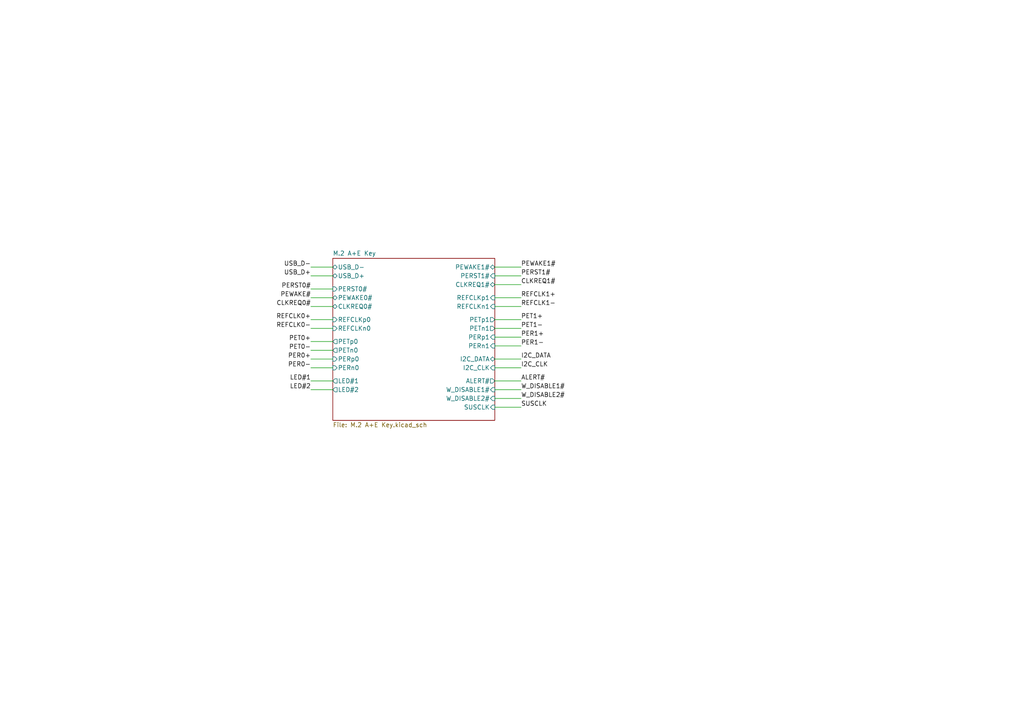
<source format=kicad_sch>
(kicad_sch
	(version 20250114)
	(generator "eeschema")
	(generator_version "9.0")
	(uuid "c6015056-e2b7-474b-8911-4b1cffa0c63c")
	(paper "A4")
	(lib_symbols)
	(wire
		(pts
			(xy 143.51 113.03) (xy 151.13 113.03)
		)
		(stroke
			(width 0)
			(type default)
		)
		(uuid "1987b0fa-7c79-4a11-8632-bff038dd0456")
	)
	(wire
		(pts
			(xy 143.51 92.71) (xy 151.13 92.71)
		)
		(stroke
			(width 0)
			(type default)
		)
		(uuid "2cc54e00-ca5d-41ac-98d9-0f943ce5e679")
	)
	(wire
		(pts
			(xy 90.17 95.25) (xy 96.52 95.25)
		)
		(stroke
			(width 0)
			(type default)
		)
		(uuid "4bc20d67-c46e-415c-a0d5-c126049cc9fe")
	)
	(wire
		(pts
			(xy 90.17 77.47) (xy 96.52 77.47)
		)
		(stroke
			(width 0)
			(type default)
		)
		(uuid "5251479a-7004-45e4-bffe-2980510d8e4d")
	)
	(wire
		(pts
			(xy 90.17 104.14) (xy 96.52 104.14)
		)
		(stroke
			(width 0)
			(type default)
		)
		(uuid "552797b7-8a87-4662-8078-33869af4717d")
	)
	(wire
		(pts
			(xy 143.51 77.47) (xy 151.13 77.47)
		)
		(stroke
			(width 0)
			(type default)
		)
		(uuid "5870c829-9cfd-4369-93e6-09933a1cfabb")
	)
	(wire
		(pts
			(xy 143.51 100.33) (xy 151.13 100.33)
		)
		(stroke
			(width 0)
			(type default)
		)
		(uuid "5c840880-e304-45c9-aafa-aa6f8ac316ef")
	)
	(wire
		(pts
			(xy 143.51 86.36) (xy 151.13 86.36)
		)
		(stroke
			(width 0)
			(type default)
		)
		(uuid "76c4aeba-d11b-49e5-84b0-ca6e63a7f6ec")
	)
	(wire
		(pts
			(xy 143.51 110.49) (xy 151.13 110.49)
		)
		(stroke
			(width 0)
			(type default)
		)
		(uuid "8e417426-5f46-4167-9fde-1ea6a7b042fc")
	)
	(wire
		(pts
			(xy 90.17 101.6) (xy 96.52 101.6)
		)
		(stroke
			(width 0)
			(type default)
		)
		(uuid "8f06af6a-a28a-420d-9a05-2fd0c85eedb3")
	)
	(wire
		(pts
			(xy 143.51 95.25) (xy 151.13 95.25)
		)
		(stroke
			(width 0)
			(type default)
		)
		(uuid "8fd2b3c0-c72a-45c4-9c8c-dd7a876389bb")
	)
	(wire
		(pts
			(xy 143.51 80.01) (xy 151.13 80.01)
		)
		(stroke
			(width 0)
			(type default)
		)
		(uuid "925cb89b-6c42-4415-b349-3b8141c49885")
	)
	(wire
		(pts
			(xy 143.51 118.11) (xy 151.13 118.11)
		)
		(stroke
			(width 0)
			(type default)
		)
		(uuid "957682ae-1c2e-4dc2-bb18-a68f5a6a6cca")
	)
	(wire
		(pts
			(xy 143.51 106.68) (xy 151.13 106.68)
		)
		(stroke
			(width 0)
			(type default)
		)
		(uuid "98338554-8015-4a2c-bfa7-6de85701b776")
	)
	(wire
		(pts
			(xy 143.51 88.9) (xy 151.13 88.9)
		)
		(stroke
			(width 0)
			(type default)
		)
		(uuid "9bbeae54-227b-402a-bf1c-ca4c355913c4")
	)
	(wire
		(pts
			(xy 143.51 82.55) (xy 151.13 82.55)
		)
		(stroke
			(width 0)
			(type default)
		)
		(uuid "aa6934f5-5139-48db-9bb6-004e69ecf45f")
	)
	(wire
		(pts
			(xy 90.17 86.36) (xy 96.52 86.36)
		)
		(stroke
			(width 0)
			(type default)
		)
		(uuid "b1155ad7-8164-4000-b4fb-45523aabfe1d")
	)
	(wire
		(pts
			(xy 143.51 104.14) (xy 151.13 104.14)
		)
		(stroke
			(width 0)
			(type default)
		)
		(uuid "c96e1c3c-3ba5-4c36-8bab-3cefd633dc7f")
	)
	(wire
		(pts
			(xy 90.17 80.01) (xy 96.52 80.01)
		)
		(stroke
			(width 0)
			(type default)
		)
		(uuid "c9d34dcc-60b9-4137-a561-c57cff00567c")
	)
	(wire
		(pts
			(xy 90.17 92.71) (xy 96.52 92.71)
		)
		(stroke
			(width 0)
			(type default)
		)
		(uuid "cc6e074c-e3d3-42b5-9786-e5a6340027b5")
	)
	(wire
		(pts
			(xy 90.17 99.06) (xy 96.52 99.06)
		)
		(stroke
			(width 0)
			(type default)
		)
		(uuid "ce9daff0-22d2-4710-bdc1-cc3a717a65cb")
	)
	(wire
		(pts
			(xy 90.17 110.49) (xy 96.52 110.49)
		)
		(stroke
			(width 0)
			(type default)
		)
		(uuid "d1258209-8734-4c6c-90be-a20a32b50055")
	)
	(wire
		(pts
			(xy 143.51 115.57) (xy 151.13 115.57)
		)
		(stroke
			(width 0)
			(type default)
		)
		(uuid "d9bd11c4-4e07-49ff-8531-4d9dc2bd5600")
	)
	(wire
		(pts
			(xy 143.51 97.79) (xy 151.13 97.79)
		)
		(stroke
			(width 0)
			(type default)
		)
		(uuid "e972029a-3de4-4904-9fb2-3c031057eb5f")
	)
	(wire
		(pts
			(xy 90.17 88.9) (xy 96.52 88.9)
		)
		(stroke
			(width 0)
			(type default)
		)
		(uuid "f3120ccc-d458-42ac-accb-9dd4e229a8f3")
	)
	(wire
		(pts
			(xy 90.17 113.03) (xy 96.52 113.03)
		)
		(stroke
			(width 0)
			(type default)
		)
		(uuid "fa677889-3e70-4a97-91b9-754915172b07")
	)
	(wire
		(pts
			(xy 90.17 83.82) (xy 96.52 83.82)
		)
		(stroke
			(width 0)
			(type default)
		)
		(uuid "fceadb0d-892c-4aea-95b3-3dab48392b65")
	)
	(wire
		(pts
			(xy 90.17 106.68) (xy 96.52 106.68)
		)
		(stroke
			(width 0)
			(type default)
		)
		(uuid "ffdacfdc-d81d-4a22-bb33-b115c1ed3493")
	)
	(label "I2C_CLK"
		(at 151.13 106.68 0)
		(effects
			(font
				(size 1.27 1.27)
			)
			(justify left bottom)
		)
		(uuid "17fbed24-3ee7-4ac6-accd-008e485d536a")
	)
	(label "I2C_DATA"
		(at 151.13 104.14 0)
		(effects
			(font
				(size 1.27 1.27)
			)
			(justify left bottom)
		)
		(uuid "23b80ebe-3e9c-491e-8d9e-33ed2089accb")
	)
	(label "ALERT#"
		(at 151.13 110.49 0)
		(effects
			(font
				(size 1.27 1.27)
			)
			(justify left bottom)
		)
		(uuid "258c7e6f-f1d9-4593-b3eb-f3682888e42f")
	)
	(label "REFCLK1+"
		(at 151.13 86.36 0)
		(effects
			(font
				(size 1.27 1.27)
			)
			(justify left bottom)
		)
		(uuid "29625360-8721-4eb5-851b-e39a7335ee25")
	)
	(label "W_DISABLE2#"
		(at 151.13 115.57 0)
		(effects
			(font
				(size 1.27 1.27)
			)
			(justify left bottom)
		)
		(uuid "2f81c408-c698-4d8c-be7b-ffbca7e4dc37")
	)
	(label "PET1-"
		(at 151.13 95.25 0)
		(effects
			(font
				(size 1.27 1.27)
			)
			(justify left bottom)
		)
		(uuid "414c983b-d0a1-412f-893c-01092900bf1f")
	)
	(label "PEWAKE1#"
		(at 151.13 77.47 0)
		(effects
			(font
				(size 1.27 1.27)
			)
			(justify left bottom)
		)
		(uuid "42f65cbc-9155-4bbf-84e9-e3049f3791a8")
	)
	(label "REFCLK0+"
		(at 90.17 92.71 180)
		(effects
			(font
				(size 1.27 1.27)
			)
			(justify right bottom)
		)
		(uuid "464733b3-8a33-4f80-8c5b-6cc03b0cf0d2")
	)
	(label "LED#2"
		(at 90.17 113.03 180)
		(effects
			(font
				(size 1.27 1.27)
			)
			(justify right bottom)
		)
		(uuid "55e2dcd5-89a7-4354-8f1c-43f023dedd49")
	)
	(label "USB_D-"
		(at 90.17 77.47 180)
		(effects
			(font
				(size 1.27 1.27)
			)
			(justify right bottom)
		)
		(uuid "5a5dca61-1d5e-445a-be4c-bc44765f9c4b")
	)
	(label "REFCLK0-"
		(at 90.17 95.25 180)
		(effects
			(font
				(size 1.27 1.27)
			)
			(justify right bottom)
		)
		(uuid "5cdd2932-0369-474c-ac57-75a178be1d0e")
	)
	(label "PERST0#"
		(at 90.17 83.82 180)
		(effects
			(font
				(size 1.27 1.27)
			)
			(justify right bottom)
		)
		(uuid "6097d578-eaf3-4fa9-b5d3-3ec3cec13f8e")
	)
	(label "PET0-"
		(at 90.17 101.6 180)
		(effects
			(font
				(size 1.27 1.27)
			)
			(justify right bottom)
		)
		(uuid "61431e83-1c3e-434c-a442-627aa74fc215")
	)
	(label "CLKREQ1#"
		(at 151.13 82.55 0)
		(effects
			(font
				(size 1.27 1.27)
			)
			(justify left bottom)
		)
		(uuid "67f21d86-8c0f-40b0-881f-f8008436ba93")
	)
	(label "PER1-"
		(at 151.13 100.33 0)
		(effects
			(font
				(size 1.27 1.27)
			)
			(justify left bottom)
		)
		(uuid "6dbf9184-f937-422b-b8e1-302466c0d53f")
	)
	(label "PERST1#"
		(at 151.13 80.01 0)
		(effects
			(font
				(size 1.27 1.27)
			)
			(justify left bottom)
		)
		(uuid "869a8771-0072-4372-83f9-697424eb14d6")
	)
	(label "CLKREQ0#"
		(at 90.17 88.9 180)
		(effects
			(font
				(size 1.27 1.27)
			)
			(justify right bottom)
		)
		(uuid "9bcd535d-5ab4-4aaa-9135-04294c84278e")
	)
	(label "USB_D+"
		(at 90.17 80.01 180)
		(effects
			(font
				(size 1.27 1.27)
			)
			(justify right bottom)
		)
		(uuid "9cdf6123-efbd-43bf-9e4e-af18ca285111")
	)
	(label "W_DISABLE1#"
		(at 151.13 113.03 0)
		(effects
			(font
				(size 1.27 1.27)
			)
			(justify left bottom)
		)
		(uuid "a2d8783c-5205-4ee0-9565-c8c0d943ee12")
	)
	(label "SUSCLK"
		(at 151.13 118.11 0)
		(effects
			(font
				(size 1.27 1.27)
			)
			(justify left bottom)
		)
		(uuid "a4799661-f0a6-4fcb-8534-1e8d0a48a5cc")
	)
	(label "LED#1"
		(at 90.17 110.49 180)
		(effects
			(font
				(size 1.27 1.27)
			)
			(justify right bottom)
		)
		(uuid "b3137161-64ad-48b5-9b54-c7c663c98f55")
	)
	(label "PET0+"
		(at 90.17 99.06 180)
		(effects
			(font
				(size 1.27 1.27)
			)
			(justify right bottom)
		)
		(uuid "bb5d5989-3ef3-488b-9cfe-e5a080f2e7e0")
	)
	(label "PER1+"
		(at 151.13 97.79 0)
		(effects
			(font
				(size 1.27 1.27)
			)
			(justify left bottom)
		)
		(uuid "c2de50d9-ab3e-48e3-bf2f-a21f6547526b")
	)
	(label "REFCLK1-"
		(at 151.13 88.9 0)
		(effects
			(font
				(size 1.27 1.27)
			)
			(justify left bottom)
		)
		(uuid "ce938de8-ec2a-4fef-8327-7792d0a9f5d2")
	)
	(label "PET1+"
		(at 151.13 92.71 0)
		(effects
			(font
				(size 1.27 1.27)
			)
			(justify left bottom)
		)
		(uuid "d2551f12-7920-4d25-a971-66cac1ec213c")
	)
	(label "PER0-"
		(at 90.17 106.68 180)
		(effects
			(font
				(size 1.27 1.27)
			)
			(justify right bottom)
		)
		(uuid "def0236e-ae4b-400f-841f-c57c00e38d9f")
	)
	(label "PEWAKE#"
		(at 90.17 86.36 180)
		(effects
			(font
				(size 1.27 1.27)
			)
			(justify right bottom)
		)
		(uuid "e4960c5c-6c5b-4b46-b0b0-8bb5c7d9b234")
	)
	(label "PER0+"
		(at 90.17 104.14 180)
		(effects
			(font
				(size 1.27 1.27)
			)
			(justify right bottom)
		)
		(uuid "f1f6fd3d-ba23-49f4-8710-bec2c5b81745")
	)
	(sheet
		(at 96.52 74.93)
		(size 46.99 46.99)
		(exclude_from_sim no)
		(in_bom yes)
		(on_board yes)
		(dnp no)
		(fields_autoplaced yes)
		(stroke
			(width 0.1524)
			(type solid)
		)
		(fill
			(color 0 0 0 0.0000)
		)
		(uuid "729110b1-f052-42b7-9085-432e440975f4")
		(property "Sheetname" "M.2 A+E Key"
			(at 96.52 74.2184 0)
			(effects
				(font
					(size 1.27 1.27)
				)
				(justify left bottom)
			)
		)
		(property "Sheetfile" "M.2 A+E Key.kicad_sch"
			(at 96.52 122.5046 0)
			(effects
				(font
					(size 1.27 1.27)
				)
				(justify left top)
			)
		)
		(pin "USB_D+" bidirectional
			(at 96.52 80.01 180)
			(uuid "d9e6e92e-f027-479c-a67e-d6bf558516f7")
			(effects
				(font
					(size 1.27 1.27)
				)
				(justify left)
			)
		)
		(pin "USB_D-" bidirectional
			(at 96.52 77.47 180)
			(uuid "6163c0aa-72ec-4642-9eb2-baac619cab9d")
			(effects
				(font
					(size 1.27 1.27)
				)
				(justify left)
			)
		)
		(pin "CLKREQ0#" bidirectional
			(at 96.52 88.9 180)
			(uuid "486fe214-12ee-4ca4-b6ce-62f6ab708265")
			(effects
				(font
					(size 1.27 1.27)
				)
				(justify left)
			)
		)
		(pin "PEWAKE0#" bidirectional
			(at 96.52 86.36 180)
			(uuid "15adf5e3-d89d-41ea-81bf-2e7c0aa302e2")
			(effects
				(font
					(size 1.27 1.27)
				)
				(justify left)
			)
		)
		(pin "PERST0#" input
			(at 96.52 83.82 180)
			(uuid "ebff60d7-aac5-4126-92d5-57abcfc8c384")
			(effects
				(font
					(size 1.27 1.27)
				)
				(justify left)
			)
		)
		(pin "REFCLKn0" input
			(at 96.52 95.25 180)
			(uuid "f6d5b10c-d2d1-413b-94e6-c31644a65ab1")
			(effects
				(font
					(size 1.27 1.27)
				)
				(justify left)
			)
		)
		(pin "REFCLKp0" input
			(at 96.52 92.71 180)
			(uuid "0e9edf6b-da29-42c4-bb3d-301741f619e7")
			(effects
				(font
					(size 1.27 1.27)
				)
				(justify left)
			)
		)
		(pin "PETp0" output
			(at 96.52 99.06 180)
			(uuid "138fb67d-3868-4d86-8297-52daf6f7b1bd")
			(effects
				(font
					(size 1.27 1.27)
				)
				(justify left)
			)
		)
		(pin "PETn0" output
			(at 96.52 101.6 180)
			(uuid "6043c17a-62a5-4e9a-b2e1-6a5a3288960e")
			(effects
				(font
					(size 1.27 1.27)
				)
				(justify left)
			)
		)
		(pin "PERp0" input
			(at 96.52 104.14 180)
			(uuid "25536742-3010-46ba-9afb-bd25f13c5774")
			(effects
				(font
					(size 1.27 1.27)
				)
				(justify left)
			)
		)
		(pin "PERn0" input
			(at 96.52 106.68 180)
			(uuid "cd706b3b-c6a9-4e79-b033-12416329fe91")
			(effects
				(font
					(size 1.27 1.27)
				)
				(justify left)
			)
		)
		(pin "PEWAKE1#" bidirectional
			(at 143.51 77.47 0)
			(uuid "3a88ce79-563e-4707-b607-227944428271")
			(effects
				(font
					(size 1.27 1.27)
				)
				(justify right)
			)
		)
		(pin "PERST1#" input
			(at 143.51 80.01 0)
			(uuid "97c6d26b-ad56-40a3-b2fa-a03c7e555ca2")
			(effects
				(font
					(size 1.27 1.27)
				)
				(justify right)
			)
		)
		(pin "CLKREQ1#" bidirectional
			(at 143.51 82.55 0)
			(uuid "36b04cb1-1fcb-4c6a-9b1b-567fcf64246a")
			(effects
				(font
					(size 1.27 1.27)
				)
				(justify right)
			)
		)
		(pin "REFCLKn1" input
			(at 143.51 88.9 0)
			(uuid "dead0753-9fa7-4d73-ac1a-5b892955672a")
			(effects
				(font
					(size 1.27 1.27)
				)
				(justify right)
			)
		)
		(pin "REFCLKp1" input
			(at 143.51 86.36 0)
			(uuid "729d0436-493b-4325-855d-ed03390ad587")
			(effects
				(font
					(size 1.27 1.27)
				)
				(justify right)
			)
		)
		(pin "PETp1" output
			(at 143.51 92.71 0)
			(uuid "0cb978c6-5de9-44f9-b416-0c29fb52d912")
			(effects
				(font
					(size 1.27 1.27)
				)
				(justify right)
			)
		)
		(pin "PETn1" output
			(at 143.51 95.25 0)
			(uuid "c44250d0-8a48-46d9-af1d-55c90d907516")
			(effects
				(font
					(size 1.27 1.27)
				)
				(justify right)
			)
		)
		(pin "PERp1" input
			(at 143.51 97.79 0)
			(uuid "c9aaea61-d76b-4c4a-9725-5167c8499bb8")
			(effects
				(font
					(size 1.27 1.27)
				)
				(justify right)
			)
		)
		(pin "PERn1" input
			(at 143.51 100.33 0)
			(uuid "1b5f5fef-6e56-4893-966b-458bd53e77a2")
			(effects
				(font
					(size 1.27 1.27)
				)
				(justify right)
			)
		)
		(pin "I2C_CLK" input
			(at 143.51 106.68 0)
			(uuid "8e292da8-d841-4147-9382-ded32905f7de")
			(effects
				(font
					(size 1.27 1.27)
				)
				(justify right)
			)
		)
		(pin "I2C_DATA" bidirectional
			(at 143.51 104.14 0)
			(uuid "aabda1ec-6343-44fd-af26-f4a8c98dff17")
			(effects
				(font
					(size 1.27 1.27)
				)
				(justify right)
			)
		)
		(pin "W_DISABLE1#" input
			(at 143.51 113.03 0)
			(uuid "fb9264dd-244d-4b83-9eb7-cefdab5406fc")
			(effects
				(font
					(size 1.27 1.27)
				)
				(justify right)
			)
		)
		(pin "SUSCLK" input
			(at 143.51 118.11 0)
			(uuid "f044a529-6f5e-41da-beca-9de1eab88029")
			(effects
				(font
					(size 1.27 1.27)
				)
				(justify right)
			)
		)
		(pin "W_DISABLE2#" input
			(at 143.51 115.57 0)
			(uuid "59bb43a9-8824-498b-961a-adb50fdcdde1")
			(effects
				(font
					(size 1.27 1.27)
				)
				(justify right)
			)
		)
		(pin "ALERT#" output
			(at 143.51 110.49 0)
			(uuid "0892f13a-8fbf-4b5d-aba6-df36fa1f1eab")
			(effects
				(font
					(size 1.27 1.27)
				)
				(justify right)
			)
		)
		(pin "LED#2" output
			(at 96.52 113.03 180)
			(uuid "ccbc0517-c809-4dde-a0f6-46b912820ddc")
			(effects
				(font
					(size 1.27 1.27)
				)
				(justify left)
			)
		)
		(pin "LED#1" output
			(at 96.52 110.49 180)
			(uuid "5ab6c1b9-4e93-4b24-859b-6c988249e0cc")
			(effects
				(font
					(size 1.27 1.27)
				)
				(justify left)
			)
		)
		(instances
			(project "M.2 A+E Key 22110"
				(path "/c6015056-e2b7-474b-8911-4b1cffa0c63c"
					(page "2")
				)
			)
		)
	)
	(sheet_instances
		(path "/"
			(page "1")
		)
	)
	(embedded_fonts no)
)

</source>
